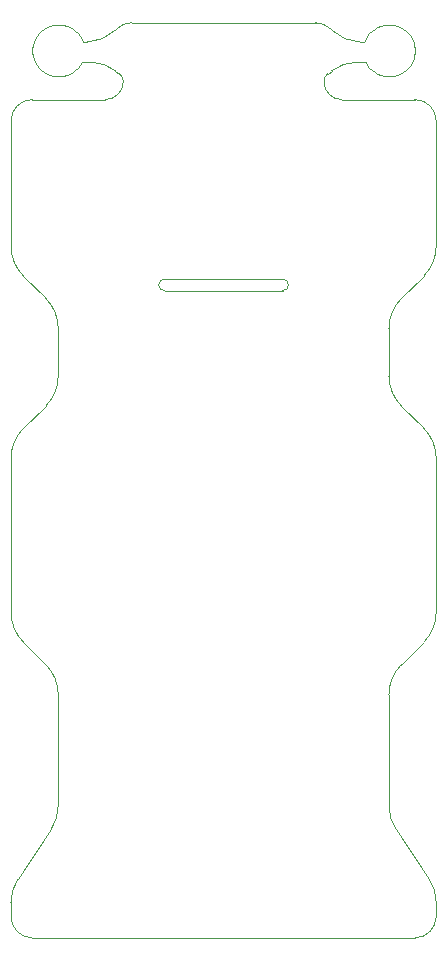
<source format=gm1>
%TF.GenerationSoftware,KiCad,Pcbnew,9.0.2*%
%TF.CreationDate,2025-05-11T16:43:21+01:00*%
%TF.ProjectId,mariposa,6d617269-706f-4736-912e-6b696361645f,2.0*%
%TF.SameCoordinates,Original*%
%TF.FileFunction,Profile,NP*%
%FSLAX46Y46*%
G04 Gerber Fmt 4.6, Leading zero omitted, Abs format (unit mm)*
G04 Created by KiCad (PCBNEW 9.0.2) date 2025-05-11 16:43:21*
%MOMM*%
%LPD*%
G01*
G04 APERTURE LIST*
%TA.AperFunction,Profile*%
%ADD10C,0.050000*%
%TD*%
G04 APERTURE END LIST*
D10*
X133643887Y-60229611D02*
X133929199Y-60192049D01*
X156662297Y-59737598D02*
X156315963Y-59997349D01*
X133500000Y-85588900D02*
X133500000Y-81580595D01*
X161500000Y-85606395D02*
X161500000Y-81571300D01*
X159845952Y-59484882D02*
X159670767Y-59256576D01*
X131342272Y-57605122D02*
X131304710Y-57890434D01*
X131670767Y-59256576D02*
X131845952Y-59484882D01*
X161070801Y-55876593D02*
X161356113Y-55839031D01*
X159845952Y-56583760D02*
X160049439Y-56380273D01*
X160277745Y-56205088D02*
X160526965Y-56061201D01*
X161643887Y-55839031D02*
X161929199Y-55876593D01*
X156000000Y-60634300D02*
X156000000Y-60697665D01*
X163154048Y-59484882D02*
X162950561Y-59688369D01*
X134722255Y-59863554D02*
X134950561Y-59688369D01*
X134950561Y-56380273D02*
X134722255Y-56205088D01*
X163700000Y-62188529D02*
G75*
G02*
X165499971Y-63988500I0J-1799971D01*
G01*
X138337663Y-59737568D02*
X138679910Y-59994254D01*
X165500000Y-105588900D02*
X165500000Y-92571300D01*
X132049439Y-59688369D02*
X132277745Y-59863554D01*
X130554443Y-108134556D02*
G75*
G02*
X129500000Y-105606395I2545757J2545756D01*
G01*
X132445644Y-110025757D02*
G75*
G02*
X133499989Y-112571300I-2545244J-2545343D01*
G01*
X157500000Y-62188529D02*
G75*
G02*
X155999999Y-60697665I0J1500029D01*
G01*
X161356113Y-60229611D02*
X161070801Y-60192049D01*
X138301974Y-56341286D02*
X138480177Y-56173567D01*
X152500000Y-77380768D02*
G75*
G02*
X153000032Y-77880768I0J-500032D01*
G01*
X161500000Y-121990121D02*
X161500000Y-112571300D01*
X153000000Y-77875144D02*
G75*
G02*
X152500000Y-78375100I-499900J-56D01*
G01*
X160792833Y-60117567D02*
X160526965Y-60007441D01*
X133643887Y-55839031D02*
X133356113Y-55839031D01*
X132792833Y-55951075D02*
X132526965Y-56061201D01*
X131304710Y-58178208D02*
X131342272Y-58463520D01*
X159075514Y-57318640D02*
G75*
G02*
X156698013Y-56341289I89786J3598840D01*
G01*
X133070801Y-55876593D02*
X132792833Y-55951075D01*
X163473120Y-57061286D02*
X163583246Y-57327154D01*
X130554343Y-77134456D02*
G75*
G02*
X129500022Y-74589000I2545357J2545356D01*
G01*
X131845952Y-56583760D02*
X131670767Y-56812066D01*
X163154048Y-56583760D02*
X163329233Y-56812066D01*
X133500000Y-85588900D02*
G75*
G02*
X132445563Y-88134506I-3600000J0D01*
G01*
X161929199Y-55876593D02*
X162207167Y-55951075D01*
X135154048Y-59484882D02*
X135329233Y-59256576D01*
X163473120Y-59007356D02*
X163329233Y-59256576D01*
X134207167Y-55951075D02*
X133929199Y-55876593D01*
X135583246Y-57327154D02*
X135473120Y-57061286D01*
X132277745Y-56205088D02*
X132049439Y-56380273D01*
X162473035Y-56061201D02*
X162722255Y-56205088D01*
X131845952Y-59484882D02*
X132049439Y-59688369D01*
X159416754Y-57327154D02*
X159526880Y-57061286D01*
X160049439Y-59688369D02*
X159845952Y-59484882D01*
X161929199Y-60192049D02*
X161643887Y-60229611D01*
X131300000Y-133161527D02*
G75*
G02*
X129499999Y-131351826I0J1800027D01*
G01*
X152500000Y-78375144D02*
X142500000Y-78375144D01*
X163695290Y-58178208D02*
X163657728Y-58463520D01*
X165500000Y-131361400D02*
X165500000Y-130170105D01*
X132049439Y-56380273D02*
X131845952Y-56583760D01*
X160792833Y-55951075D02*
X161070801Y-55876593D01*
X156662297Y-59737598D02*
G75*
G02*
X158771963Y-59017950I2160103J-2880302D01*
G01*
X133356113Y-60229611D02*
X133643887Y-60229611D01*
X159670767Y-59256576D02*
X159526880Y-59007356D01*
X162554443Y-88134556D02*
G75*
G02*
X161500000Y-85606395I2545757J2545756D01*
G01*
X135329233Y-56812066D02*
X135154048Y-56583760D01*
X162554416Y-79025697D02*
X164445585Y-77134528D01*
X161643887Y-60229611D02*
X161356113Y-60229611D01*
X133929199Y-55876593D02*
X133643887Y-55839031D01*
X142500000Y-78380768D02*
G75*
G02*
X141999932Y-77880768I0J500068D01*
G01*
X135329233Y-59256576D02*
X135473120Y-59007356D01*
X164445593Y-90025706D02*
X162554443Y-88134556D01*
X163700000Y-62188529D02*
X157500000Y-62188529D01*
X163715900Y-133161527D02*
X131300000Y-133161527D01*
X142000000Y-77880768D02*
G75*
G02*
X142508346Y-77380768I500100J-32D01*
G01*
X133929199Y-60192049D02*
X134207167Y-60117567D01*
X131342272Y-58463520D02*
X131416754Y-58741488D01*
X159075514Y-57318640D02*
X159416754Y-57327154D01*
X133500000Y-121990100D02*
X133500000Y-112571300D01*
X142508346Y-77380768D02*
X152500000Y-77380768D01*
X129495381Y-130170100D02*
G75*
G02*
X130099997Y-128173178I3600019J0D01*
G01*
X160277745Y-59863554D02*
X160049439Y-59688369D01*
X134207167Y-60117567D02*
X134473035Y-60007441D01*
X130554416Y-90025697D02*
X132445585Y-88134528D01*
X162473035Y-60007441D02*
X162207167Y-60117567D01*
X138480177Y-56173567D02*
G75*
G02*
X139713839Y-55684301I1233723J-1310833D01*
G01*
X161356113Y-55839031D02*
X161643887Y-55839031D01*
X131304710Y-57890434D02*
X131304710Y-58178208D01*
X162722255Y-59863554D02*
X162473035Y-60007441D01*
X132445644Y-110025757D02*
X130554443Y-108134556D01*
X165500000Y-131361400D02*
G75*
G02*
X163715900Y-133161528I-1800200J0D01*
G01*
X164895348Y-128173134D02*
X162104594Y-123987005D01*
X133356113Y-55839031D02*
X133070801Y-55876593D01*
X159670767Y-56812066D02*
X159845952Y-56583760D01*
X163329233Y-59256576D02*
X163154048Y-59484882D01*
X131416754Y-57327154D02*
X131342272Y-57605122D01*
X129500000Y-63988600D02*
X129500000Y-74589000D01*
X132526965Y-60007441D02*
X132792833Y-60117567D01*
X132445594Y-79025707D02*
G75*
G02*
X133500001Y-81580595I-2545594J-2545593D01*
G01*
X160049439Y-56380273D02*
X160277745Y-56205088D01*
X159526880Y-57061286D02*
X159670767Y-56812066D01*
X131526880Y-57061286D02*
X131416754Y-57327154D01*
X163695290Y-57890434D02*
X163695290Y-58178208D01*
X131670767Y-56812066D02*
X131526880Y-57061286D01*
X134473035Y-56061201D02*
X134207167Y-55951075D01*
X133500000Y-121990100D02*
G75*
G02*
X132895385Y-123987045I-3600100J0D01*
G01*
X135473120Y-59007356D02*
X136228068Y-59017920D01*
X134950561Y-59688369D02*
X135154048Y-59484882D01*
X165500000Y-74589000D02*
G75*
G02*
X164445571Y-77134514I-3599800J0D01*
G01*
X162722255Y-56205088D02*
X162950561Y-56380273D01*
X163329233Y-56812066D02*
X163473120Y-57061286D01*
X163583246Y-58741488D02*
X163473120Y-59007356D01*
X138679910Y-59994254D02*
G75*
G02*
X139000000Y-60640466I-480010J-640146D01*
G01*
X155286200Y-55684321D02*
G75*
G02*
X156513503Y-56167601I-100J-1800279D01*
G01*
X139000000Y-60688400D02*
G75*
G02*
X137485205Y-62188529I-1500200J0D01*
G01*
X132526965Y-56061201D02*
X132277745Y-56205088D01*
X163583246Y-57327154D02*
X163657728Y-57605122D01*
X129500000Y-105606395D02*
X129500000Y-92571300D01*
X163657728Y-58463520D02*
X163583246Y-58741488D01*
X164445593Y-90025706D02*
G75*
G02*
X165499989Y-92571300I-2545193J-2545394D01*
G01*
X134473035Y-60007441D02*
X134722255Y-59863554D01*
X165500000Y-63988500D02*
X165500000Y-74589000D01*
X165500000Y-105588900D02*
G75*
G02*
X164445563Y-108134506I-3600000J0D01*
G01*
X163657728Y-57605122D02*
X163695290Y-57890434D01*
X160526965Y-60007441D02*
X160277745Y-59863554D01*
X139000000Y-60640466D02*
X139000000Y-60688400D01*
X135154048Y-56583760D02*
X134950561Y-56380273D01*
X161500000Y-81571300D02*
G75*
G02*
X162554425Y-79025706I3600000J0D01*
G01*
X161070801Y-60192049D02*
X160792833Y-60117567D01*
X156698020Y-56341281D02*
X156513495Y-56167610D01*
X129500000Y-63988600D02*
G75*
G02*
X131300000Y-62188600I1799900J100D01*
G01*
X131526880Y-59007356D02*
X131670767Y-59256576D01*
X162950561Y-59688369D02*
X162722255Y-59863554D01*
X135924460Y-57318641D02*
X135583246Y-57327154D01*
X129500000Y-92571300D02*
G75*
G02*
X130554425Y-90025706I3600000J0D01*
G01*
X130100002Y-128173180D02*
X132890762Y-123987042D01*
X137485205Y-62188529D02*
X131300000Y-62188529D01*
X136228068Y-59017920D02*
G75*
G02*
X138337645Y-59737592I-50468J-3599680D01*
G01*
X162950561Y-56380273D02*
X163154048Y-56583760D01*
X132445594Y-79025707D02*
X130554343Y-77134456D01*
X160526965Y-56061201D02*
X160792833Y-55951075D01*
X131416754Y-58741488D02*
X131526880Y-59007356D01*
X156000000Y-60634300D02*
G75*
G02*
X156315986Y-59997380I799900J0D01*
G01*
X162207167Y-60117567D02*
X161929199Y-60192049D01*
X133070801Y-60192049D02*
X133356113Y-60229611D01*
X164895345Y-128173134D02*
G75*
G02*
X165499978Y-130170105I-2995445J-1996966D01*
G01*
X161500000Y-112571300D02*
G75*
G02*
X162554425Y-110025706I3600000J0D01*
G01*
X135473120Y-57061286D02*
X135329233Y-56812066D01*
X162554416Y-110025697D02*
X164445585Y-108134528D01*
X162104594Y-123987005D02*
G75*
G02*
X161500010Y-121990121I2995206J1996805D01*
G01*
X159526880Y-59007356D02*
X158771963Y-59017920D01*
X129500000Y-131351826D02*
X129500000Y-130170100D01*
X162207167Y-55951075D02*
X162473035Y-56061201D01*
X138301974Y-56341286D02*
G75*
G02*
X135924459Y-57318602I-2467274J2621586D01*
G01*
X134722255Y-56205088D02*
X134473035Y-56061201D01*
X132792833Y-60117567D02*
X133070801Y-60192049D01*
X132277745Y-59863554D02*
X132526965Y-60007441D01*
X155286200Y-55684321D02*
X139713839Y-55684321D01*
M02*

</source>
